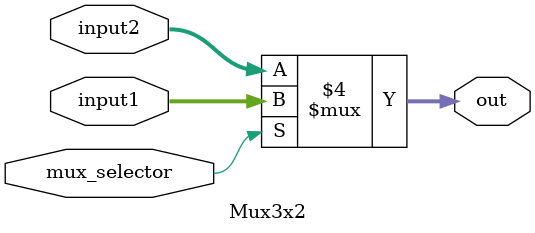
<source format=v>
module Mux3x2 (
	input [2:0] input1, input2,
	input mux_selector,
	output reg [2:0] out
	
);

always @(*) begin 
	if(mux_selector == 1) begin
		 out <= input1;
		 
	end else begin
		 out <= input2 ;
	end
end

endmodule 
</source>
